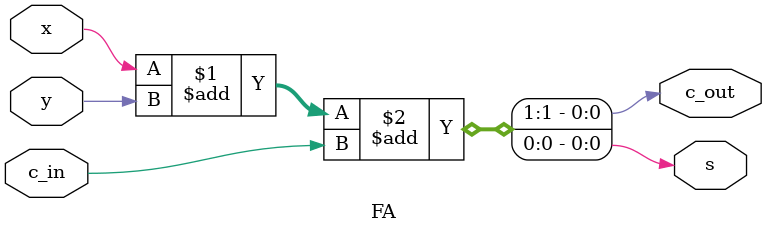
<source format=v>
module FA(
	input 	   x,
	input 	   y,
	input 	c_in,
	output     s, 
	output  c_out
);

/*
	Write Your Design Here ~
*/
assign {c_out, s} = x + y + c_in;

endmodule


</source>
